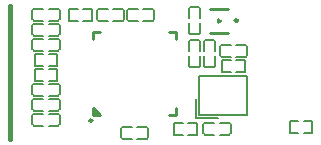
<source format=gto>
G04 Layer: TopSilkscreenLayer*
G04 EasyEDA v6.5.46, 2025-02-01 21:24:59*
G04 3faa27f7c1044bbbb46ecef337df57e6,286660f9466f4c8aba87c6f7285b94de,10*
G04 Gerber Generator version 0.2*
G04 Scale: 100 percent, Rotated: No, Reflected: No *
G04 Dimensions in millimeters *
G04 leading zeros omitted , absolute positions ,4 integer and 5 decimal *
%FSLAX45Y45*%
%MOMM*%

%ADD10C,0.4000*%
%ADD11C,0.1524*%
%ADD12C,0.2540*%

%LPD*%
G36*
X1803196Y571804D02*
G01*
X1790496Y559104D01*
X1790496Y533704D01*
X1803196Y521004D01*
X1841296Y546404D01*
G37*
D10*
X38100Y114300D02*
G01*
X38100Y-203200D01*
X38100Y-457200D01*
X38100Y673100D02*
G01*
X38100Y114300D01*
D11*
X1546621Y-318439D02*
G01*
X1618424Y-318439D01*
X1618424Y-418160D01*
X1546621Y-418160D01*
X1501378Y-318439D02*
G01*
X1429575Y-318439D01*
X1429575Y-418160D01*
X1501378Y-418160D01*
X1650060Y165069D02*
G01*
X1650060Y244078D01*
X1550339Y244078D02*
G01*
X1550339Y165069D01*
X1565579Y149829D02*
G01*
X1634820Y149829D01*
X1650060Y368330D02*
G01*
X1650060Y289321D01*
X1550339Y289321D02*
G01*
X1550339Y368330D01*
X1565579Y383570D02*
G01*
X1634820Y383570D01*
X1650060Y444469D02*
G01*
X1650060Y523478D01*
X1550339Y523478D02*
G01*
X1550339Y444469D01*
X1565579Y429229D02*
G01*
X1634820Y429229D01*
X1650060Y647730D02*
G01*
X1650060Y568721D01*
X1550339Y568721D02*
G01*
X1550339Y647730D01*
X1565579Y662970D02*
G01*
X1634820Y662970D01*
X444530Y-115239D02*
G01*
X365521Y-115239D01*
X365521Y-214960D02*
G01*
X444530Y-214960D01*
X459770Y-199720D02*
G01*
X459770Y-130479D01*
X241269Y-115239D02*
G01*
X320278Y-115239D01*
X320278Y-214960D02*
G01*
X241269Y-214960D01*
X226029Y-199720D02*
G01*
X226029Y-130479D01*
X444530Y11760D02*
G01*
X365521Y11760D01*
X365521Y-87960D02*
G01*
X444530Y-87960D01*
X459770Y-72720D02*
G01*
X459770Y-3479D01*
X241269Y11760D02*
G01*
X320278Y11760D01*
X320278Y-87960D02*
G01*
X241269Y-87960D01*
X226029Y-72720D02*
G01*
X226029Y-3479D01*
X1244630Y646760D02*
G01*
X1165621Y646760D01*
X1165621Y547039D02*
G01*
X1244630Y547039D01*
X1259870Y562279D02*
G01*
X1259870Y631520D01*
X1041369Y646760D02*
G01*
X1120378Y646760D01*
X1120378Y547039D02*
G01*
X1041369Y547039D01*
X1026129Y562279D02*
G01*
X1026129Y631520D01*
X787369Y547039D02*
G01*
X866378Y547039D01*
X866378Y646760D02*
G01*
X787369Y646760D01*
X772129Y631520D02*
G01*
X772129Y562279D01*
X990630Y547039D02*
G01*
X911621Y547039D01*
X911621Y646760D02*
G01*
X990630Y646760D01*
X1005870Y631520D02*
G01*
X1005870Y562279D01*
X1193830Y-356539D02*
G01*
X1114821Y-356539D01*
X1114821Y-456260D02*
G01*
X1193830Y-456260D01*
X1209070Y-441020D02*
G01*
X1209070Y-371779D01*
X990569Y-356539D02*
G01*
X1069578Y-356539D01*
X1069578Y-456260D02*
G01*
X990569Y-456260D01*
X975329Y-441020D02*
G01*
X975329Y-371779D01*
X444530Y392760D02*
G01*
X365521Y392760D01*
X365521Y293039D02*
G01*
X444530Y293039D01*
X459770Y308279D02*
G01*
X459770Y377520D01*
X241269Y392760D02*
G01*
X320278Y392760D01*
X320278Y293039D02*
G01*
X241269Y293039D01*
X226029Y308279D02*
G01*
X226029Y377520D01*
X444530Y519760D02*
G01*
X365521Y519760D01*
X365521Y420039D02*
G01*
X444530Y420039D01*
X459770Y435279D02*
G01*
X459770Y504520D01*
X241269Y519760D02*
G01*
X320278Y519760D01*
X320278Y420039D02*
G01*
X241269Y420039D01*
X226029Y435279D02*
G01*
X226029Y504520D01*
X444530Y-242239D02*
G01*
X365521Y-242239D01*
X365521Y-341960D02*
G01*
X444530Y-341960D01*
X459770Y-326720D02*
G01*
X459770Y-257479D01*
X241269Y-242239D02*
G01*
X320278Y-242239D01*
X320278Y-341960D02*
G01*
X241269Y-341960D01*
X226029Y-326720D02*
G01*
X226029Y-257479D01*
X1677339Y368330D02*
G01*
X1677339Y289321D01*
X1777060Y289321D02*
G01*
X1777060Y368330D01*
X1761820Y383570D02*
G01*
X1692579Y383570D01*
X1677339Y165069D02*
G01*
X1677339Y244078D01*
X1777060Y244078D02*
G01*
X1777060Y165069D01*
X1761820Y149829D02*
G01*
X1692579Y149829D01*
X241269Y547039D02*
G01*
X320278Y547039D01*
X320278Y646760D02*
G01*
X241269Y646760D01*
X226029Y631520D02*
G01*
X226029Y562279D01*
X444530Y547039D02*
G01*
X365521Y547039D01*
X365521Y646760D02*
G01*
X444530Y646760D01*
X459770Y631520D02*
G01*
X459770Y562279D01*
X1689069Y-418160D02*
G01*
X1768078Y-418160D01*
X1768078Y-318439D02*
G01*
X1689069Y-318439D01*
X1673829Y-333679D02*
G01*
X1673829Y-402920D01*
X1892330Y-418160D02*
G01*
X1813321Y-418160D01*
X1813321Y-318439D02*
G01*
X1892330Y-318439D01*
X1907570Y-333679D02*
G01*
X1907570Y-402920D01*
X2032030Y341960D02*
G01*
X1953021Y341960D01*
X1953021Y242239D02*
G01*
X2032030Y242239D01*
X2047270Y257479D02*
G01*
X2047270Y326720D01*
X1828769Y341960D02*
G01*
X1907778Y341960D01*
X1907778Y242239D02*
G01*
X1828769Y242239D01*
X1813529Y257479D02*
G01*
X1813529Y326720D01*
D12*
X1727200Y444500D02*
G01*
X1879600Y444500D01*
X1879600Y647700D02*
G01*
X1727200Y647700D01*
D11*
X612378Y547039D02*
G01*
X540575Y547039D01*
X540575Y646760D01*
X612378Y646760D01*
X657621Y547039D02*
G01*
X729424Y547039D01*
X729424Y646760D01*
X657621Y646760D01*
X365521Y265760D02*
G01*
X437324Y265760D01*
X437324Y166039D01*
X365521Y166039D01*
X320278Y265760D02*
G01*
X248475Y265760D01*
X248475Y166039D01*
X320278Y166039D01*
X365521Y138760D02*
G01*
X437324Y138760D01*
X437324Y39039D01*
X365521Y39039D01*
X320278Y138760D02*
G01*
X248475Y138760D01*
X248475Y39039D01*
X320278Y39039D01*
X1953021Y214960D02*
G01*
X2024824Y214960D01*
X2024824Y115239D01*
X1953021Y115239D01*
X1907778Y214960D02*
G01*
X1835975Y214960D01*
X1835975Y115239D01*
X1907778Y115239D01*
D12*
X742198Y-222498D02*
G01*
X751883Y-222498D01*
X777791Y-248406D01*
X799081Y-248406D02*
G01*
X742198Y-191518D01*
X799081Y-248406D02*
G01*
X742198Y-248406D01*
X1442191Y-191518D02*
G01*
X1442191Y-238404D01*
X1442191Y-248406D01*
X1385308Y-248406D01*
X1385308Y451591D02*
G01*
X1442191Y451591D01*
X1442191Y394708D01*
X742198Y394708D02*
G01*
X742198Y451591D01*
X799081Y451591D01*
X742198Y-248406D02*
G01*
X742198Y-191518D01*
D11*
X1638640Y-256748D02*
G01*
X1638640Y78973D01*
X2044359Y78973D01*
X2044359Y-256748D01*
X1638640Y-256748D01*
X1615780Y-113888D02*
G01*
X1615780Y-279608D01*
X1801500Y-279608D01*
X2479278Y-405460D02*
G01*
X2407475Y-405460D01*
X2407475Y-305739D01*
X2479278Y-305739D01*
X2524521Y-405460D02*
G01*
X2596324Y-405460D01*
X2596324Y-305739D01*
X2524521Y-305739D01*
G75*
G01*
X1550340Y165070D02*
G03*
X1565580Y149830I15240J0D01*
G75*
G01*
X1634820Y149830D02*
G03*
X1650060Y165070I0J15240D01*
G75*
G01*
X1550340Y368330D02*
G02*
X1565580Y383570I15240J0D01*
G75*
G01*
X1634820Y383570D02*
G02*
X1650060Y368330I0J-15240D01*
G75*
G01*
X1550340Y444470D02*
G03*
X1565580Y429230I15240J0D01*
G75*
G01*
X1634820Y429230D02*
G03*
X1650060Y444470I0J15240D01*
G75*
G01*
X1550340Y647730D02*
G02*
X1565580Y662970I15240J0D01*
G75*
G01*
X1634820Y662970D02*
G02*
X1650060Y647730I0J-15240D01*
G75*
G01*
X444530Y-214960D02*
G03*
X459770Y-199720I0J15240D01*
G75*
G01*
X459770Y-130480D02*
G03*
X444530Y-115240I-15240J0D01*
G75*
G01*
X241270Y-214960D02*
G02*
X226030Y-199720I0J15240D01*
G75*
G01*
X226030Y-130480D02*
G02*
X241270Y-115240I15240J0D01*
G75*
G01*
X444530Y-87960D02*
G03*
X459770Y-72720I0J15240D01*
G75*
G01*
X459770Y-3480D02*
G03*
X444530Y11760I-15240J0D01*
G75*
G01*
X241270Y-87960D02*
G02*
X226030Y-72720I0J15240D01*
G75*
G01*
X226030Y-3480D02*
G02*
X241270Y11760I15240J0D01*
G75*
G01*
X1244630Y547040D02*
G03*
X1259870Y562280I0J15240D01*
G75*
G01*
X1259870Y631520D02*
G03*
X1244630Y646760I-15240J0D01*
G75*
G01*
X1041370Y547040D02*
G02*
X1026130Y562280I0J15240D01*
G75*
G01*
X1026130Y631520D02*
G02*
X1041370Y646760I15240J0D01*
G75*
G01*
X787370Y646760D02*
G03*
X772130Y631520I0J-15240D01*
G75*
G01*
X772130Y562280D02*
G03*
X787370Y547040I15240J0D01*
G75*
G01*
X990630Y646760D02*
G02*
X1005870Y631520I0J-15240D01*
G75*
G01*
X1005870Y562280D02*
G02*
X990630Y547040I-15240J0D01*
G75*
G01*
X1193830Y-456260D02*
G03*
X1209070Y-441020I0J15240D01*
G75*
G01*
X1209070Y-371780D02*
G03*
X1193830Y-356540I-15240J0D01*
G75*
G01*
X990570Y-456260D02*
G02*
X975330Y-441020I0J15240D01*
G75*
G01*
X975330Y-371780D02*
G02*
X990570Y-356540I15240J0D01*
G75*
G01*
X444530Y293040D02*
G03*
X459770Y308280I0J15240D01*
G75*
G01*
X459770Y377520D02*
G03*
X444530Y392760I-15240J0D01*
G75*
G01*
X241270Y293040D02*
G02*
X226030Y308280I0J15240D01*
G75*
G01*
X226030Y377520D02*
G02*
X241270Y392760I15240J0D01*
G75*
G01*
X444530Y420040D02*
G03*
X459770Y435280I0J15240D01*
G75*
G01*
X459770Y504520D02*
G03*
X444530Y519760I-15240J0D01*
G75*
G01*
X241270Y420040D02*
G02*
X226030Y435280I0J15240D01*
G75*
G01*
X226030Y504520D02*
G02*
X241270Y519760I15240J0D01*
G75*
G01*
X444530Y-341960D02*
G03*
X459770Y-326720I0J15240D01*
G75*
G01*
X459770Y-257480D02*
G03*
X444530Y-242240I-15240J0D01*
G75*
G01*
X241270Y-341960D02*
G02*
X226030Y-326720I0J15240D01*
G75*
G01*
X226030Y-257480D02*
G02*
X241270Y-242240I15240J0D01*
G75*
G01*
X1777060Y368330D02*
G03*
X1761820Y383570I-15240J0D01*
G75*
G01*
X1692580Y383570D02*
G03*
X1677340Y368330I0J-15240D01*
G75*
G01*
X1777060Y165070D02*
G02*
X1761820Y149830I-15240J0D01*
G75*
G01*
X1692580Y149830D02*
G02*
X1677340Y165070I0J15240D01*
G75*
G01*
X241270Y646760D02*
G03*
X226030Y631520I0J-15240D01*
G75*
G01*
X226030Y562280D02*
G03*
X241270Y547040I15240J0D01*
G75*
G01*
X444530Y646760D02*
G02*
X459770Y631520I0J-15240D01*
G75*
G01*
X459770Y562280D02*
G02*
X444530Y547040I-15240J0D01*
G75*
G01*
X1689070Y-318440D02*
G03*
X1673830Y-333680I0J-15240D01*
G75*
G01*
X1673830Y-402920D02*
G03*
X1689070Y-418160I15240J0D01*
G75*
G01*
X1892330Y-318440D02*
G02*
X1907570Y-333680I0J-15240D01*
G75*
G01*
X1907570Y-402920D02*
G02*
X1892330Y-418160I-15240J0D01*
G75*
G01*
X2032030Y242240D02*
G03*
X2047270Y257480I0J15240D01*
G75*
G01*
X2047270Y326720D02*
G03*
X2032030Y341960I-15240J0D01*
G75*
G01*
X1828770Y242240D02*
G02*
X1813530Y257480I0J15240D01*
G75*
G01*
X1813530Y326720D02*
G02*
X1828770Y341960I15240J0D01*
D12*
G75*
G01
X1966112Y546100D02*
G03X1966112Y546100I-12700J0D01*
G75*
G01
X734898Y-298399D02*
G03X734898Y-298399I-12700J0D01*
M02*

</source>
